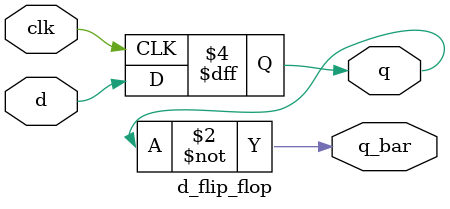
<source format=sv>
module top_module (
    input clk,
    input x,
    output z
);
    // Intermediate wires for the outputs of D flip-flops
    wire q1, q2, q3;
	
    // Intermediate wires for the complemented outputs of D flip-flops
    wire q1_bar, q2_bar, q3_bar;

    // Intermediate wires for the gates' results
    wire xor_result, and_result, or_result;
	
    // D flip-flops
    d_flip_flop DFF1(
        .clk(clk),
        .d(xor_result),
        .q(q1),
        .q_bar(q1_bar)
    );

    d_flip_flop DFF2(
        .clk(clk),
        .d(and_result),
        .q(q2),
        .q_bar(q2_bar)
    );

    d_flip_flop DFF3(
        .clk(clk),
        .d(or_result),
        .q(q3),
        .q_bar(q3_bar)
    );

    // Gates logic
    assign xor_result = x ^ q1;
    assign and_result = x & q2_bar;
    assign or_result  = x | q3_bar;

    // 3-input XNOR gate
    assign z = ~(q1 ^ q2 ^ q3);

endmodule
module d_flip_flop (
    input clk,
    input d,
    output reg q,
    output q_bar
);
    // Reset flip-flop on initialization
    initial begin
        q <= 0;
    end

    // Flip-flop behavior on clock edge
    always @(posedge clk) begin
        q <= d;
    end

    // Complementary output
    assign q_bar = ~q;

endmodule

</source>
